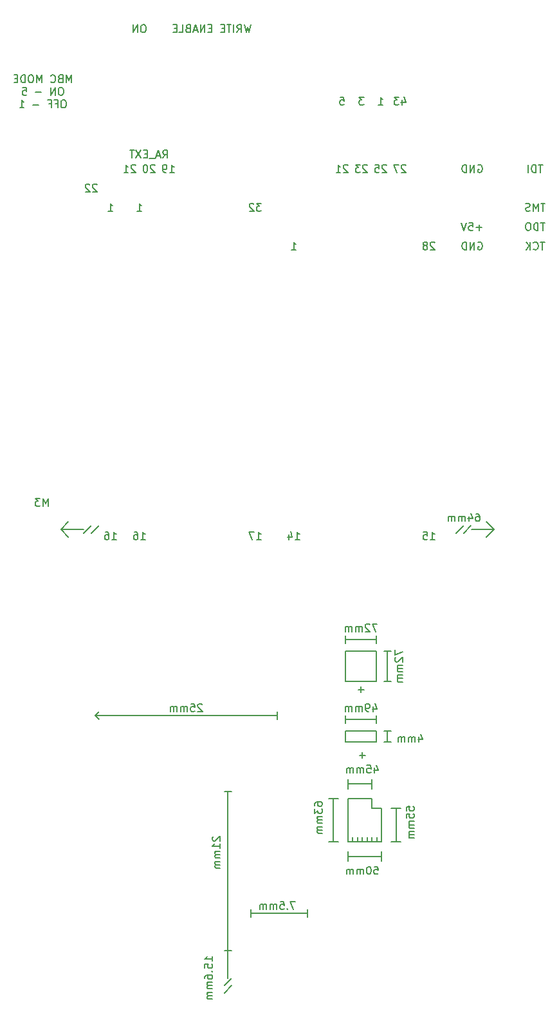
<source format=gbr>
G04 #@! TF.GenerationSoftware,KiCad,Pcbnew,(5.1.7)-1*
G04 #@! TF.CreationDate,2022-07-11T22:43:42-03:00*
G04 #@! TF.ProjectId,Squareboi2,53717561-7265-4626-9f69-322e6b696361,1*
G04 #@! TF.SameCoordinates,Original*
G04 #@! TF.FileFunction,Legend,Bot*
G04 #@! TF.FilePolarity,Positive*
%FSLAX46Y46*%
G04 Gerber Fmt 4.6, Leading zero omitted, Abs format (unit mm)*
G04 Created by KiCad (PCBNEW (5.1.7)-1) date 2022-07-11 22:43:42*
%MOMM*%
%LPD*%
G01*
G04 APERTURE LIST*
%ADD10C,0.150000*%
G04 APERTURE END LIST*
D10*
X37449047Y-21677380D02*
X37258571Y-21677380D01*
X37163333Y-21725000D01*
X37068095Y-21820238D01*
X37020476Y-22010714D01*
X37020476Y-22344047D01*
X37068095Y-22534523D01*
X37163333Y-22629761D01*
X37258571Y-22677380D01*
X37449047Y-22677380D01*
X37544285Y-22629761D01*
X37639523Y-22534523D01*
X37687142Y-22344047D01*
X37687142Y-22010714D01*
X37639523Y-21820238D01*
X37544285Y-21725000D01*
X37449047Y-21677380D01*
X36591904Y-22677380D02*
X36591904Y-21677380D01*
X36020476Y-22677380D01*
X36020476Y-21677380D01*
X27891904Y-29282380D02*
X27891904Y-28282380D01*
X27558571Y-28996666D01*
X27225238Y-28282380D01*
X27225238Y-29282380D01*
X26415714Y-28758571D02*
X26272857Y-28806190D01*
X26225238Y-28853809D01*
X26177619Y-28949047D01*
X26177619Y-29091904D01*
X26225238Y-29187142D01*
X26272857Y-29234761D01*
X26368095Y-29282380D01*
X26749047Y-29282380D01*
X26749047Y-28282380D01*
X26415714Y-28282380D01*
X26320476Y-28330000D01*
X26272857Y-28377619D01*
X26225238Y-28472857D01*
X26225238Y-28568095D01*
X26272857Y-28663333D01*
X26320476Y-28710952D01*
X26415714Y-28758571D01*
X26749047Y-28758571D01*
X25177619Y-29187142D02*
X25225238Y-29234761D01*
X25368095Y-29282380D01*
X25463333Y-29282380D01*
X25606190Y-29234761D01*
X25701428Y-29139523D01*
X25749047Y-29044285D01*
X25796666Y-28853809D01*
X25796666Y-28710952D01*
X25749047Y-28520476D01*
X25701428Y-28425238D01*
X25606190Y-28330000D01*
X25463333Y-28282380D01*
X25368095Y-28282380D01*
X25225238Y-28330000D01*
X25177619Y-28377619D01*
X23987142Y-29282380D02*
X23987142Y-28282380D01*
X23653809Y-28996666D01*
X23320476Y-28282380D01*
X23320476Y-29282380D01*
X22653809Y-28282380D02*
X22463333Y-28282380D01*
X22368095Y-28330000D01*
X22272857Y-28425238D01*
X22225238Y-28615714D01*
X22225238Y-28949047D01*
X22272857Y-29139523D01*
X22368095Y-29234761D01*
X22463333Y-29282380D01*
X22653809Y-29282380D01*
X22749047Y-29234761D01*
X22844285Y-29139523D01*
X22891904Y-28949047D01*
X22891904Y-28615714D01*
X22844285Y-28425238D01*
X22749047Y-28330000D01*
X22653809Y-28282380D01*
X21796666Y-29282380D02*
X21796666Y-28282380D01*
X21558571Y-28282380D01*
X21415714Y-28330000D01*
X21320476Y-28425238D01*
X21272857Y-28520476D01*
X21225238Y-28710952D01*
X21225238Y-28853809D01*
X21272857Y-29044285D01*
X21320476Y-29139523D01*
X21415714Y-29234761D01*
X21558571Y-29282380D01*
X21796666Y-29282380D01*
X20796666Y-28758571D02*
X20463333Y-28758571D01*
X20320476Y-29282380D02*
X20796666Y-29282380D01*
X20796666Y-28282380D01*
X20320476Y-28282380D01*
X26606190Y-29932380D02*
X26415714Y-29932380D01*
X26320476Y-29980000D01*
X26225238Y-30075238D01*
X26177619Y-30265714D01*
X26177619Y-30599047D01*
X26225238Y-30789523D01*
X26320476Y-30884761D01*
X26415714Y-30932380D01*
X26606190Y-30932380D01*
X26701428Y-30884761D01*
X26796666Y-30789523D01*
X26844285Y-30599047D01*
X26844285Y-30265714D01*
X26796666Y-30075238D01*
X26701428Y-29980000D01*
X26606190Y-29932380D01*
X25749047Y-30932380D02*
X25749047Y-29932380D01*
X25177619Y-30932380D01*
X25177619Y-29932380D01*
X23939523Y-30551428D02*
X23177619Y-30551428D01*
X21463333Y-29932380D02*
X21939523Y-29932380D01*
X21987142Y-30408571D01*
X21939523Y-30360952D01*
X21844285Y-30313333D01*
X21606190Y-30313333D01*
X21510952Y-30360952D01*
X21463333Y-30408571D01*
X21415714Y-30503809D01*
X21415714Y-30741904D01*
X21463333Y-30837142D01*
X21510952Y-30884761D01*
X21606190Y-30932380D01*
X21844285Y-30932380D01*
X21939523Y-30884761D01*
X21987142Y-30837142D01*
X26939523Y-31582380D02*
X26749047Y-31582380D01*
X26653809Y-31630000D01*
X26558571Y-31725238D01*
X26510952Y-31915714D01*
X26510952Y-32249047D01*
X26558571Y-32439523D01*
X26653809Y-32534761D01*
X26749047Y-32582380D01*
X26939523Y-32582380D01*
X27034761Y-32534761D01*
X27130000Y-32439523D01*
X27177619Y-32249047D01*
X27177619Y-31915714D01*
X27130000Y-31725238D01*
X27034761Y-31630000D01*
X26939523Y-31582380D01*
X25749047Y-32058571D02*
X26082380Y-32058571D01*
X26082380Y-32582380D02*
X26082380Y-31582380D01*
X25606190Y-31582380D01*
X24891904Y-32058571D02*
X25225238Y-32058571D01*
X25225238Y-32582380D02*
X25225238Y-31582380D01*
X24749047Y-31582380D01*
X23606190Y-32201428D02*
X22844285Y-32201428D01*
X21082380Y-32582380D02*
X21653809Y-32582380D01*
X21368095Y-32582380D02*
X21368095Y-31582380D01*
X21463333Y-31725238D01*
X21558571Y-31820476D01*
X21653809Y-31868095D01*
X51497857Y-21677380D02*
X51259761Y-22677380D01*
X51069285Y-21963095D01*
X50878809Y-22677380D01*
X50640714Y-21677380D01*
X49688333Y-22677380D02*
X50021666Y-22201190D01*
X50259761Y-22677380D02*
X50259761Y-21677380D01*
X49878809Y-21677380D01*
X49783571Y-21725000D01*
X49735952Y-21772619D01*
X49688333Y-21867857D01*
X49688333Y-22010714D01*
X49735952Y-22105952D01*
X49783571Y-22153571D01*
X49878809Y-22201190D01*
X50259761Y-22201190D01*
X49259761Y-22677380D02*
X49259761Y-21677380D01*
X48926428Y-21677380D02*
X48355000Y-21677380D01*
X48640714Y-22677380D02*
X48640714Y-21677380D01*
X48021666Y-22153571D02*
X47688333Y-22153571D01*
X47545476Y-22677380D02*
X48021666Y-22677380D01*
X48021666Y-21677380D01*
X47545476Y-21677380D01*
X46355000Y-22153571D02*
X46021666Y-22153571D01*
X45878809Y-22677380D02*
X46355000Y-22677380D01*
X46355000Y-21677380D01*
X45878809Y-21677380D01*
X45450238Y-22677380D02*
X45450238Y-21677380D01*
X44878809Y-22677380D01*
X44878809Y-21677380D01*
X44450238Y-22391666D02*
X43974047Y-22391666D01*
X44545476Y-22677380D02*
X44212142Y-21677380D01*
X43878809Y-22677380D01*
X43212142Y-22153571D02*
X43069285Y-22201190D01*
X43021666Y-22248809D01*
X42974047Y-22344047D01*
X42974047Y-22486904D01*
X43021666Y-22582142D01*
X43069285Y-22629761D01*
X43164523Y-22677380D01*
X43545476Y-22677380D01*
X43545476Y-21677380D01*
X43212142Y-21677380D01*
X43116904Y-21725000D01*
X43069285Y-21772619D01*
X43021666Y-21867857D01*
X43021666Y-21963095D01*
X43069285Y-22058333D01*
X43116904Y-22105952D01*
X43212142Y-22153571D01*
X43545476Y-22153571D01*
X42069285Y-22677380D02*
X42545476Y-22677380D01*
X42545476Y-21677380D01*
X41735952Y-22153571D02*
X41402619Y-22153571D01*
X41259761Y-22677380D02*
X41735952Y-22677380D01*
X41735952Y-21677380D01*
X41259761Y-21677380D01*
X39909523Y-39187380D02*
X40242857Y-38711190D01*
X40480952Y-39187380D02*
X40480952Y-38187380D01*
X40100000Y-38187380D01*
X40004761Y-38235000D01*
X39957142Y-38282619D01*
X39909523Y-38377857D01*
X39909523Y-38520714D01*
X39957142Y-38615952D01*
X40004761Y-38663571D01*
X40100000Y-38711190D01*
X40480952Y-38711190D01*
X39528571Y-38901666D02*
X39052380Y-38901666D01*
X39623809Y-39187380D02*
X39290476Y-38187380D01*
X38957142Y-39187380D01*
X38861904Y-39282619D02*
X38100000Y-39282619D01*
X37861904Y-38663571D02*
X37528571Y-38663571D01*
X37385714Y-39187380D02*
X37861904Y-39187380D01*
X37861904Y-38187380D01*
X37385714Y-38187380D01*
X37052380Y-38187380D02*
X36385714Y-39187380D01*
X36385714Y-38187380D02*
X37052380Y-39187380D01*
X36147619Y-38187380D02*
X35576190Y-38187380D01*
X35861904Y-39187380D02*
X35861904Y-38187380D01*
X36321904Y-40187619D02*
X36274285Y-40140000D01*
X36179047Y-40092380D01*
X35940952Y-40092380D01*
X35845714Y-40140000D01*
X35798095Y-40187619D01*
X35750476Y-40282857D01*
X35750476Y-40378095D01*
X35798095Y-40520952D01*
X36369523Y-41092380D01*
X35750476Y-41092380D01*
X34798095Y-41092380D02*
X35369523Y-41092380D01*
X35083809Y-41092380D02*
X35083809Y-40092380D01*
X35179047Y-40235238D01*
X35274285Y-40330476D01*
X35369523Y-40378095D01*
X31241904Y-42727619D02*
X31194285Y-42680000D01*
X31099047Y-42632380D01*
X30860952Y-42632380D01*
X30765714Y-42680000D01*
X30718095Y-42727619D01*
X30670476Y-42822857D01*
X30670476Y-42918095D01*
X30718095Y-43060952D01*
X31289523Y-43632380D01*
X30670476Y-43632380D01*
X30289523Y-42727619D02*
X30241904Y-42680000D01*
X30146666Y-42632380D01*
X29908571Y-42632380D01*
X29813333Y-42680000D01*
X29765714Y-42727619D01*
X29718095Y-42822857D01*
X29718095Y-42918095D01*
X29765714Y-43060952D01*
X30337142Y-43632380D01*
X29718095Y-43632380D01*
X38861904Y-40187619D02*
X38814285Y-40140000D01*
X38719047Y-40092380D01*
X38480952Y-40092380D01*
X38385714Y-40140000D01*
X38338095Y-40187619D01*
X38290476Y-40282857D01*
X38290476Y-40378095D01*
X38338095Y-40520952D01*
X38909523Y-41092380D01*
X38290476Y-41092380D01*
X37671428Y-40092380D02*
X37576190Y-40092380D01*
X37480952Y-40140000D01*
X37433333Y-40187619D01*
X37385714Y-40282857D01*
X37338095Y-40473333D01*
X37338095Y-40711428D01*
X37385714Y-40901904D01*
X37433333Y-40997142D01*
X37480952Y-41044761D01*
X37576190Y-41092380D01*
X37671428Y-41092380D01*
X37766666Y-41044761D01*
X37814285Y-40997142D01*
X37861904Y-40901904D01*
X37909523Y-40711428D01*
X37909523Y-40473333D01*
X37861904Y-40282857D01*
X37814285Y-40187619D01*
X37766666Y-40140000D01*
X37671428Y-40092380D01*
X40830476Y-41092380D02*
X41401904Y-41092380D01*
X41116190Y-41092380D02*
X41116190Y-40092380D01*
X41211428Y-40235238D01*
X41306666Y-40330476D01*
X41401904Y-40378095D01*
X40354285Y-41092380D02*
X40163809Y-41092380D01*
X40068571Y-41044761D01*
X40020952Y-40997142D01*
X39925714Y-40854285D01*
X39878095Y-40663809D01*
X39878095Y-40282857D01*
X39925714Y-40187619D01*
X39973333Y-40140000D01*
X40068571Y-40092380D01*
X40259047Y-40092380D01*
X40354285Y-40140000D01*
X40401904Y-40187619D01*
X40449523Y-40282857D01*
X40449523Y-40520952D01*
X40401904Y-40616190D01*
X40354285Y-40663809D01*
X40259047Y-40711428D01*
X40068571Y-40711428D01*
X39973333Y-40663809D01*
X39925714Y-40616190D01*
X39878095Y-40520952D01*
X81406904Y-40140000D02*
X81502142Y-40092380D01*
X81645000Y-40092380D01*
X81787857Y-40140000D01*
X81883095Y-40235238D01*
X81930714Y-40330476D01*
X81978333Y-40520952D01*
X81978333Y-40663809D01*
X81930714Y-40854285D01*
X81883095Y-40949523D01*
X81787857Y-41044761D01*
X81645000Y-41092380D01*
X81549761Y-41092380D01*
X81406904Y-41044761D01*
X81359285Y-40997142D01*
X81359285Y-40663809D01*
X81549761Y-40663809D01*
X80930714Y-41092380D02*
X80930714Y-40092380D01*
X80359285Y-41092380D01*
X80359285Y-40092380D01*
X79883095Y-41092380D02*
X79883095Y-40092380D01*
X79645000Y-40092380D01*
X79502142Y-40140000D01*
X79406904Y-40235238D01*
X79359285Y-40330476D01*
X79311666Y-40520952D01*
X79311666Y-40663809D01*
X79359285Y-40854285D01*
X79406904Y-40949523D01*
X79502142Y-41044761D01*
X79645000Y-41092380D01*
X79883095Y-41092380D01*
X81406904Y-50300000D02*
X81502142Y-50252380D01*
X81645000Y-50252380D01*
X81787857Y-50300000D01*
X81883095Y-50395238D01*
X81930714Y-50490476D01*
X81978333Y-50680952D01*
X81978333Y-50823809D01*
X81930714Y-51014285D01*
X81883095Y-51109523D01*
X81787857Y-51204761D01*
X81645000Y-51252380D01*
X81549761Y-51252380D01*
X81406904Y-51204761D01*
X81359285Y-51157142D01*
X81359285Y-50823809D01*
X81549761Y-50823809D01*
X80930714Y-51252380D02*
X80930714Y-50252380D01*
X80359285Y-51252380D01*
X80359285Y-50252380D01*
X79883095Y-51252380D02*
X79883095Y-50252380D01*
X79645000Y-50252380D01*
X79502142Y-50300000D01*
X79406904Y-50395238D01*
X79359285Y-50490476D01*
X79311666Y-50680952D01*
X79311666Y-50823809D01*
X79359285Y-51014285D01*
X79406904Y-51109523D01*
X79502142Y-51204761D01*
X79645000Y-51252380D01*
X79883095Y-51252380D01*
X81930714Y-48331428D02*
X81168809Y-48331428D01*
X81549761Y-48712380D02*
X81549761Y-47950476D01*
X80216428Y-47712380D02*
X80692619Y-47712380D01*
X80740238Y-48188571D01*
X80692619Y-48140952D01*
X80597380Y-48093333D01*
X80359285Y-48093333D01*
X80264047Y-48140952D01*
X80216428Y-48188571D01*
X80168809Y-48283809D01*
X80168809Y-48521904D01*
X80216428Y-48617142D01*
X80264047Y-48664761D01*
X80359285Y-48712380D01*
X80597380Y-48712380D01*
X80692619Y-48664761D01*
X80740238Y-48617142D01*
X79883095Y-47712380D02*
X79549761Y-48712380D01*
X79216428Y-47712380D01*
X90185714Y-50252380D02*
X89614285Y-50252380D01*
X89900000Y-51252380D02*
X89900000Y-50252380D01*
X88709523Y-51157142D02*
X88757142Y-51204761D01*
X88900000Y-51252380D01*
X88995238Y-51252380D01*
X89138095Y-51204761D01*
X89233333Y-51109523D01*
X89280952Y-51014285D01*
X89328571Y-50823809D01*
X89328571Y-50680952D01*
X89280952Y-50490476D01*
X89233333Y-50395238D01*
X89138095Y-50300000D01*
X88995238Y-50252380D01*
X88900000Y-50252380D01*
X88757142Y-50300000D01*
X88709523Y-50347619D01*
X88280952Y-51252380D02*
X88280952Y-50252380D01*
X87709523Y-51252380D02*
X88138095Y-50680952D01*
X87709523Y-50252380D02*
X88280952Y-50823809D01*
X90209523Y-47712380D02*
X89638095Y-47712380D01*
X89923809Y-48712380D02*
X89923809Y-47712380D01*
X89304761Y-48712380D02*
X89304761Y-47712380D01*
X89066666Y-47712380D01*
X88923809Y-47760000D01*
X88828571Y-47855238D01*
X88780952Y-47950476D01*
X88733333Y-48140952D01*
X88733333Y-48283809D01*
X88780952Y-48474285D01*
X88828571Y-48569523D01*
X88923809Y-48664761D01*
X89066666Y-48712380D01*
X89304761Y-48712380D01*
X88114285Y-47712380D02*
X87923809Y-47712380D01*
X87828571Y-47760000D01*
X87733333Y-47855238D01*
X87685714Y-48045714D01*
X87685714Y-48379047D01*
X87733333Y-48569523D01*
X87828571Y-48664761D01*
X87923809Y-48712380D01*
X88114285Y-48712380D01*
X88209523Y-48664761D01*
X88304761Y-48569523D01*
X88352380Y-48379047D01*
X88352380Y-48045714D01*
X88304761Y-47855238D01*
X88209523Y-47760000D01*
X88114285Y-47712380D01*
X90233333Y-45172380D02*
X89661904Y-45172380D01*
X89947619Y-46172380D02*
X89947619Y-45172380D01*
X89328571Y-46172380D02*
X89328571Y-45172380D01*
X88995238Y-45886666D01*
X88661904Y-45172380D01*
X88661904Y-46172380D01*
X88233333Y-46124761D02*
X88090476Y-46172380D01*
X87852380Y-46172380D01*
X87757142Y-46124761D01*
X87709523Y-46077142D01*
X87661904Y-45981904D01*
X87661904Y-45886666D01*
X87709523Y-45791428D01*
X87757142Y-45743809D01*
X87852380Y-45696190D01*
X88042857Y-45648571D01*
X88138095Y-45600952D01*
X88185714Y-45553333D01*
X88233333Y-45458095D01*
X88233333Y-45362857D01*
X88185714Y-45267619D01*
X88138095Y-45220000D01*
X88042857Y-45172380D01*
X87804761Y-45172380D01*
X87661904Y-45220000D01*
X89923809Y-40092380D02*
X89352380Y-40092380D01*
X89638095Y-41092380D02*
X89638095Y-40092380D01*
X89019047Y-41092380D02*
X89019047Y-40092380D01*
X88780952Y-40092380D01*
X88638095Y-40140000D01*
X88542857Y-40235238D01*
X88495238Y-40330476D01*
X88447619Y-40520952D01*
X88447619Y-40663809D01*
X88495238Y-40854285D01*
X88542857Y-40949523D01*
X88638095Y-41044761D01*
X88780952Y-41092380D01*
X89019047Y-41092380D01*
X88019047Y-41092380D02*
X88019047Y-40092380D01*
X73642857Y-115285714D02*
X73642857Y-115952380D01*
X73880952Y-114904761D02*
X74119047Y-115619047D01*
X73500000Y-115619047D01*
X73119047Y-115952380D02*
X73119047Y-115285714D01*
X73119047Y-115380952D02*
X73071428Y-115333333D01*
X72976190Y-115285714D01*
X72833333Y-115285714D01*
X72738095Y-115333333D01*
X72690476Y-115428571D01*
X72690476Y-115952380D01*
X72690476Y-115428571D02*
X72642857Y-115333333D01*
X72547619Y-115285714D01*
X72404761Y-115285714D01*
X72309523Y-115333333D01*
X72261904Y-115428571D01*
X72261904Y-115952380D01*
X71785714Y-115952380D02*
X71785714Y-115285714D01*
X71785714Y-115380952D02*
X71738095Y-115333333D01*
X71642857Y-115285714D01*
X71500000Y-115285714D01*
X71404761Y-115333333D01*
X71357142Y-115428571D01*
X71357142Y-115952380D01*
X71357142Y-115428571D02*
X71309523Y-115333333D01*
X71214285Y-115285714D01*
X71071428Y-115285714D01*
X70976190Y-115333333D01*
X70928571Y-115428571D01*
X70928571Y-115952380D01*
X69500000Y-116000000D02*
X69500000Y-114500000D01*
X69000000Y-116000000D02*
X70000000Y-116000000D01*
X69000000Y-114500000D02*
X70000000Y-114500000D01*
X67619047Y-111285714D02*
X67619047Y-111952380D01*
X67857142Y-110904761D02*
X68095238Y-111619047D01*
X67476190Y-111619047D01*
X67047619Y-111952380D02*
X66857142Y-111952380D01*
X66761904Y-111904761D01*
X66714285Y-111857142D01*
X66619047Y-111714285D01*
X66571428Y-111523809D01*
X66571428Y-111142857D01*
X66619047Y-111047619D01*
X66666666Y-111000000D01*
X66761904Y-110952380D01*
X66952380Y-110952380D01*
X67047619Y-111000000D01*
X67095238Y-111047619D01*
X67142857Y-111142857D01*
X67142857Y-111380952D01*
X67095238Y-111476190D01*
X67047619Y-111523809D01*
X66952380Y-111571428D01*
X66761904Y-111571428D01*
X66666666Y-111523809D01*
X66619047Y-111476190D01*
X66571428Y-111380952D01*
X66142857Y-111952380D02*
X66142857Y-111285714D01*
X66142857Y-111380952D02*
X66095238Y-111333333D01*
X66000000Y-111285714D01*
X65857142Y-111285714D01*
X65761904Y-111333333D01*
X65714285Y-111428571D01*
X65714285Y-111952380D01*
X65714285Y-111428571D02*
X65666666Y-111333333D01*
X65571428Y-111285714D01*
X65428571Y-111285714D01*
X65333333Y-111333333D01*
X65285714Y-111428571D01*
X65285714Y-111952380D01*
X64809523Y-111952380D02*
X64809523Y-111285714D01*
X64809523Y-111380952D02*
X64761904Y-111333333D01*
X64666666Y-111285714D01*
X64523809Y-111285714D01*
X64428571Y-111333333D01*
X64380952Y-111428571D01*
X64380952Y-111952380D01*
X64380952Y-111428571D02*
X64333333Y-111333333D01*
X64238095Y-111285714D01*
X64095238Y-111285714D01*
X64000000Y-111333333D01*
X63952380Y-111428571D01*
X63952380Y-111952380D01*
X64000000Y-113000000D02*
X68000000Y-113000000D01*
X68000000Y-113500000D02*
X68000000Y-112500000D01*
X64000000Y-113500000D02*
X64000000Y-112500000D01*
X64000000Y-116000000D02*
X64000000Y-114500000D01*
X68000000Y-116000000D02*
X64000000Y-116000000D01*
X68000000Y-114500000D02*
X68000000Y-116000000D01*
X64000000Y-114500000D02*
X68000000Y-114500000D01*
X66380952Y-109071428D02*
X65619047Y-109071428D01*
X66000000Y-109452380D02*
X66000000Y-108690476D01*
X29500000Y-88500000D02*
X30500000Y-87500000D01*
X30500000Y-88500000D02*
X31500000Y-87500000D01*
X79500000Y-87500000D02*
X78500000Y-88500000D01*
X80500000Y-87500000D02*
X79500000Y-88500000D01*
X33210476Y-89352380D02*
X33781904Y-89352380D01*
X33496190Y-89352380D02*
X33496190Y-88352380D01*
X33591428Y-88495238D01*
X33686666Y-88590476D01*
X33781904Y-88638095D01*
X32353333Y-88352380D02*
X32543809Y-88352380D01*
X32639047Y-88400000D01*
X32686666Y-88447619D01*
X32781904Y-88590476D01*
X32829523Y-88780952D01*
X32829523Y-89161904D01*
X32781904Y-89257142D01*
X32734285Y-89304761D01*
X32639047Y-89352380D01*
X32448571Y-89352380D01*
X32353333Y-89304761D01*
X32305714Y-89257142D01*
X32258095Y-89161904D01*
X32258095Y-88923809D01*
X32305714Y-88828571D01*
X32353333Y-88780952D01*
X32448571Y-88733333D01*
X32639047Y-88733333D01*
X32734285Y-88780952D01*
X32781904Y-88828571D01*
X32829523Y-88923809D01*
X32734285Y-46172380D02*
X33305714Y-46172380D01*
X33020000Y-46172380D02*
X33020000Y-45172380D01*
X33115238Y-45315238D01*
X33210476Y-45410476D01*
X33305714Y-45458095D01*
X37020476Y-89352380D02*
X37591904Y-89352380D01*
X37306190Y-89352380D02*
X37306190Y-88352380D01*
X37401428Y-88495238D01*
X37496666Y-88590476D01*
X37591904Y-88638095D01*
X36163333Y-88352380D02*
X36353809Y-88352380D01*
X36449047Y-88400000D01*
X36496666Y-88447619D01*
X36591904Y-88590476D01*
X36639523Y-88780952D01*
X36639523Y-89161904D01*
X36591904Y-89257142D01*
X36544285Y-89304761D01*
X36449047Y-89352380D01*
X36258571Y-89352380D01*
X36163333Y-89304761D01*
X36115714Y-89257142D01*
X36068095Y-89161904D01*
X36068095Y-88923809D01*
X36115714Y-88828571D01*
X36163333Y-88780952D01*
X36258571Y-88733333D01*
X36449047Y-88733333D01*
X36544285Y-88780952D01*
X36591904Y-88828571D01*
X36639523Y-88923809D01*
X46547619Y-128404761D02*
X46500000Y-128452380D01*
X46452380Y-128547619D01*
X46452380Y-128785714D01*
X46500000Y-128880952D01*
X46547619Y-128928571D01*
X46642857Y-128976190D01*
X46738095Y-128976190D01*
X46880952Y-128928571D01*
X47452380Y-128357142D01*
X47452380Y-128976190D01*
X47452380Y-129928571D02*
X47452380Y-129357142D01*
X47452380Y-129642857D02*
X46452380Y-129642857D01*
X46595238Y-129547619D01*
X46690476Y-129452380D01*
X46738095Y-129357142D01*
X47452380Y-130357142D02*
X46785714Y-130357142D01*
X46880952Y-130357142D02*
X46833333Y-130404761D01*
X46785714Y-130500000D01*
X46785714Y-130642857D01*
X46833333Y-130738095D01*
X46928571Y-130785714D01*
X47452380Y-130785714D01*
X46928571Y-130785714D02*
X46833333Y-130833333D01*
X46785714Y-130928571D01*
X46785714Y-131071428D01*
X46833333Y-131166666D01*
X46928571Y-131214285D01*
X47452380Y-131214285D01*
X47452380Y-131690476D02*
X46785714Y-131690476D01*
X46880952Y-131690476D02*
X46833333Y-131738095D01*
X46785714Y-131833333D01*
X46785714Y-131976190D01*
X46833333Y-132071428D01*
X46928571Y-132119047D01*
X47452380Y-132119047D01*
X46928571Y-132119047D02*
X46833333Y-132166666D01*
X46785714Y-132261904D01*
X46785714Y-132404761D01*
X46833333Y-132500000D01*
X46928571Y-132547619D01*
X47452380Y-132547619D01*
X46452380Y-144761904D02*
X46452380Y-144190476D01*
X46452380Y-144476190D02*
X45452380Y-144476190D01*
X45595238Y-144380952D01*
X45690476Y-144285714D01*
X45738095Y-144190476D01*
X45452380Y-145666666D02*
X45452380Y-145190476D01*
X45928571Y-145142857D01*
X45880952Y-145190476D01*
X45833333Y-145285714D01*
X45833333Y-145523809D01*
X45880952Y-145619047D01*
X45928571Y-145666666D01*
X46023809Y-145714285D01*
X46261904Y-145714285D01*
X46357142Y-145666666D01*
X46404761Y-145619047D01*
X46452380Y-145523809D01*
X46452380Y-145285714D01*
X46404761Y-145190476D01*
X46357142Y-145142857D01*
X46357142Y-146142857D02*
X46404761Y-146190476D01*
X46452380Y-146142857D01*
X46404761Y-146095238D01*
X46357142Y-146142857D01*
X46452380Y-146142857D01*
X45452380Y-147047619D02*
X45452380Y-146857142D01*
X45500000Y-146761904D01*
X45547619Y-146714285D01*
X45690476Y-146619047D01*
X45880952Y-146571428D01*
X46261904Y-146571428D01*
X46357142Y-146619047D01*
X46404761Y-146666666D01*
X46452380Y-146761904D01*
X46452380Y-146952380D01*
X46404761Y-147047619D01*
X46357142Y-147095238D01*
X46261904Y-147142857D01*
X46023809Y-147142857D01*
X45928571Y-147095238D01*
X45880952Y-147047619D01*
X45833333Y-146952380D01*
X45833333Y-146761904D01*
X45880952Y-146666666D01*
X45928571Y-146619047D01*
X46023809Y-146571428D01*
X46452380Y-147571428D02*
X45785714Y-147571428D01*
X45880952Y-147571428D02*
X45833333Y-147619047D01*
X45785714Y-147714285D01*
X45785714Y-147857142D01*
X45833333Y-147952380D01*
X45928571Y-148000000D01*
X46452380Y-148000000D01*
X45928571Y-148000000D02*
X45833333Y-148047619D01*
X45785714Y-148142857D01*
X45785714Y-148285714D01*
X45833333Y-148380952D01*
X45928571Y-148428571D01*
X46452380Y-148428571D01*
X46452380Y-148904761D02*
X45785714Y-148904761D01*
X45880952Y-148904761D02*
X45833333Y-148952380D01*
X45785714Y-149047619D01*
X45785714Y-149190476D01*
X45833333Y-149285714D01*
X45928571Y-149333333D01*
X46452380Y-149333333D01*
X45928571Y-149333333D02*
X45833333Y-149380952D01*
X45785714Y-149476190D01*
X45785714Y-149619047D01*
X45833333Y-149714285D01*
X45928571Y-149761904D01*
X46452380Y-149761904D01*
X45095238Y-111047619D02*
X45047619Y-111000000D01*
X44952380Y-110952380D01*
X44714285Y-110952380D01*
X44619047Y-111000000D01*
X44571428Y-111047619D01*
X44523809Y-111142857D01*
X44523809Y-111238095D01*
X44571428Y-111380952D01*
X45142857Y-111952380D01*
X44523809Y-111952380D01*
X43619047Y-110952380D02*
X44095238Y-110952380D01*
X44142857Y-111428571D01*
X44095238Y-111380952D01*
X44000000Y-111333333D01*
X43761904Y-111333333D01*
X43666666Y-111380952D01*
X43619047Y-111428571D01*
X43571428Y-111523809D01*
X43571428Y-111761904D01*
X43619047Y-111857142D01*
X43666666Y-111904761D01*
X43761904Y-111952380D01*
X44000000Y-111952380D01*
X44095238Y-111904761D01*
X44142857Y-111857142D01*
X43142857Y-111952380D02*
X43142857Y-111285714D01*
X43142857Y-111380952D02*
X43095238Y-111333333D01*
X43000000Y-111285714D01*
X42857142Y-111285714D01*
X42761904Y-111333333D01*
X42714285Y-111428571D01*
X42714285Y-111952380D01*
X42714285Y-111428571D02*
X42666666Y-111333333D01*
X42571428Y-111285714D01*
X42428571Y-111285714D01*
X42333333Y-111333333D01*
X42285714Y-111428571D01*
X42285714Y-111952380D01*
X41809523Y-111952380D02*
X41809523Y-111285714D01*
X41809523Y-111380952D02*
X41761904Y-111333333D01*
X41666666Y-111285714D01*
X41523809Y-111285714D01*
X41428571Y-111333333D01*
X41380952Y-111428571D01*
X41380952Y-111952380D01*
X41380952Y-111428571D02*
X41333333Y-111333333D01*
X41238095Y-111285714D01*
X41095238Y-111285714D01*
X41000000Y-111333333D01*
X40952380Y-111428571D01*
X40952380Y-111952380D01*
X31000000Y-112500000D02*
X31500000Y-113000000D01*
X31000000Y-112500000D02*
X31500000Y-112000000D01*
X55000000Y-112500000D02*
X31000000Y-112500000D01*
X55000000Y-112000000D02*
X55000000Y-113000000D01*
X57380952Y-136952380D02*
X56714285Y-136952380D01*
X57142857Y-137952380D01*
X56333333Y-137857142D02*
X56285714Y-137904761D01*
X56333333Y-137952380D01*
X56380952Y-137904761D01*
X56333333Y-137857142D01*
X56333333Y-137952380D01*
X55380952Y-136952380D02*
X55857142Y-136952380D01*
X55904761Y-137428571D01*
X55857142Y-137380952D01*
X55761904Y-137333333D01*
X55523809Y-137333333D01*
X55428571Y-137380952D01*
X55380952Y-137428571D01*
X55333333Y-137523809D01*
X55333333Y-137761904D01*
X55380952Y-137857142D01*
X55428571Y-137904761D01*
X55523809Y-137952380D01*
X55761904Y-137952380D01*
X55857142Y-137904761D01*
X55904761Y-137857142D01*
X54904761Y-137952380D02*
X54904761Y-137285714D01*
X54904761Y-137380952D02*
X54857142Y-137333333D01*
X54761904Y-137285714D01*
X54619047Y-137285714D01*
X54523809Y-137333333D01*
X54476190Y-137428571D01*
X54476190Y-137952380D01*
X54476190Y-137428571D02*
X54428571Y-137333333D01*
X54333333Y-137285714D01*
X54190476Y-137285714D01*
X54095238Y-137333333D01*
X54047619Y-137428571D01*
X54047619Y-137952380D01*
X53571428Y-137952380D02*
X53571428Y-137285714D01*
X53571428Y-137380952D02*
X53523809Y-137333333D01*
X53428571Y-137285714D01*
X53285714Y-137285714D01*
X53190476Y-137333333D01*
X53142857Y-137428571D01*
X53142857Y-137952380D01*
X53142857Y-137428571D02*
X53095238Y-137333333D01*
X53000000Y-137285714D01*
X52857142Y-137285714D01*
X52761904Y-137333333D01*
X52714285Y-137428571D01*
X52714285Y-137952380D01*
X48000000Y-149000000D02*
X49000000Y-148000000D01*
X48000000Y-148000000D02*
X49000000Y-147000000D01*
X48500000Y-147000000D02*
X48500000Y-122500000D01*
X49000000Y-122500000D02*
X48000000Y-122500000D01*
X49000000Y-143400000D02*
X48000000Y-143400000D01*
X51500000Y-138500000D02*
X59000000Y-138500000D01*
X51500000Y-139000000D02*
X51500000Y-138000000D01*
X59000000Y-139000000D02*
X59000000Y-138000000D01*
X67746428Y-132357380D02*
X68222619Y-132357380D01*
X68270238Y-132833571D01*
X68222619Y-132785952D01*
X68127380Y-132738333D01*
X67889285Y-132738333D01*
X67794047Y-132785952D01*
X67746428Y-132833571D01*
X67698809Y-132928809D01*
X67698809Y-133166904D01*
X67746428Y-133262142D01*
X67794047Y-133309761D01*
X67889285Y-133357380D01*
X68127380Y-133357380D01*
X68222619Y-133309761D01*
X68270238Y-133262142D01*
X67079761Y-132357380D02*
X66984523Y-132357380D01*
X66889285Y-132405000D01*
X66841666Y-132452619D01*
X66794047Y-132547857D01*
X66746428Y-132738333D01*
X66746428Y-132976428D01*
X66794047Y-133166904D01*
X66841666Y-133262142D01*
X66889285Y-133309761D01*
X66984523Y-133357380D01*
X67079761Y-133357380D01*
X67175000Y-133309761D01*
X67222619Y-133262142D01*
X67270238Y-133166904D01*
X67317857Y-132976428D01*
X67317857Y-132738333D01*
X67270238Y-132547857D01*
X67222619Y-132452619D01*
X67175000Y-132405000D01*
X67079761Y-132357380D01*
X66317857Y-133357380D02*
X66317857Y-132690714D01*
X66317857Y-132785952D02*
X66270238Y-132738333D01*
X66175000Y-132690714D01*
X66032142Y-132690714D01*
X65936904Y-132738333D01*
X65889285Y-132833571D01*
X65889285Y-133357380D01*
X65889285Y-132833571D02*
X65841666Y-132738333D01*
X65746428Y-132690714D01*
X65603571Y-132690714D01*
X65508333Y-132738333D01*
X65460714Y-132833571D01*
X65460714Y-133357380D01*
X64984523Y-133357380D02*
X64984523Y-132690714D01*
X64984523Y-132785952D02*
X64936904Y-132738333D01*
X64841666Y-132690714D01*
X64698809Y-132690714D01*
X64603571Y-132738333D01*
X64555952Y-132833571D01*
X64555952Y-133357380D01*
X64555952Y-132833571D02*
X64508333Y-132738333D01*
X64413095Y-132690714D01*
X64270238Y-132690714D01*
X64175000Y-132738333D01*
X64127380Y-132833571D01*
X64127380Y-133357380D01*
X67794047Y-119355714D02*
X67794047Y-120022380D01*
X68032142Y-118974761D02*
X68270238Y-119689047D01*
X67651190Y-119689047D01*
X66794047Y-119022380D02*
X67270238Y-119022380D01*
X67317857Y-119498571D01*
X67270238Y-119450952D01*
X67175000Y-119403333D01*
X66936904Y-119403333D01*
X66841666Y-119450952D01*
X66794047Y-119498571D01*
X66746428Y-119593809D01*
X66746428Y-119831904D01*
X66794047Y-119927142D01*
X66841666Y-119974761D01*
X66936904Y-120022380D01*
X67175000Y-120022380D01*
X67270238Y-119974761D01*
X67317857Y-119927142D01*
X66317857Y-120022380D02*
X66317857Y-119355714D01*
X66317857Y-119450952D02*
X66270238Y-119403333D01*
X66175000Y-119355714D01*
X66032142Y-119355714D01*
X65936904Y-119403333D01*
X65889285Y-119498571D01*
X65889285Y-120022380D01*
X65889285Y-119498571D02*
X65841666Y-119403333D01*
X65746428Y-119355714D01*
X65603571Y-119355714D01*
X65508333Y-119403333D01*
X65460714Y-119498571D01*
X65460714Y-120022380D01*
X64984523Y-120022380D02*
X64984523Y-119355714D01*
X64984523Y-119450952D02*
X64936904Y-119403333D01*
X64841666Y-119355714D01*
X64698809Y-119355714D01*
X64603571Y-119403333D01*
X64555952Y-119498571D01*
X64555952Y-120022380D01*
X64555952Y-119498571D02*
X64508333Y-119403333D01*
X64413095Y-119355714D01*
X64270238Y-119355714D01*
X64175000Y-119403333D01*
X64127380Y-119498571D01*
X64127380Y-120022380D01*
X71977380Y-124983571D02*
X71977380Y-124507380D01*
X72453571Y-124459761D01*
X72405952Y-124507380D01*
X72358333Y-124602619D01*
X72358333Y-124840714D01*
X72405952Y-124935952D01*
X72453571Y-124983571D01*
X72548809Y-125031190D01*
X72786904Y-125031190D01*
X72882142Y-124983571D01*
X72929761Y-124935952D01*
X72977380Y-124840714D01*
X72977380Y-124602619D01*
X72929761Y-124507380D01*
X72882142Y-124459761D01*
X71977380Y-125935952D02*
X71977380Y-125459761D01*
X72453571Y-125412142D01*
X72405952Y-125459761D01*
X72358333Y-125555000D01*
X72358333Y-125793095D01*
X72405952Y-125888333D01*
X72453571Y-125935952D01*
X72548809Y-125983571D01*
X72786904Y-125983571D01*
X72882142Y-125935952D01*
X72929761Y-125888333D01*
X72977380Y-125793095D01*
X72977380Y-125555000D01*
X72929761Y-125459761D01*
X72882142Y-125412142D01*
X72977380Y-126412142D02*
X72310714Y-126412142D01*
X72405952Y-126412142D02*
X72358333Y-126459761D01*
X72310714Y-126555000D01*
X72310714Y-126697857D01*
X72358333Y-126793095D01*
X72453571Y-126840714D01*
X72977380Y-126840714D01*
X72453571Y-126840714D02*
X72358333Y-126888333D01*
X72310714Y-126983571D01*
X72310714Y-127126428D01*
X72358333Y-127221666D01*
X72453571Y-127269285D01*
X72977380Y-127269285D01*
X72977380Y-127745476D02*
X72310714Y-127745476D01*
X72405952Y-127745476D02*
X72358333Y-127793095D01*
X72310714Y-127888333D01*
X72310714Y-128031190D01*
X72358333Y-128126428D01*
X72453571Y-128174047D01*
X72977380Y-128174047D01*
X72453571Y-128174047D02*
X72358333Y-128221666D01*
X72310714Y-128316904D01*
X72310714Y-128459761D01*
X72358333Y-128555000D01*
X72453571Y-128602619D01*
X72977380Y-128602619D01*
X59912380Y-124300952D02*
X59912380Y-124110476D01*
X59960000Y-124015238D01*
X60007619Y-123967619D01*
X60150476Y-123872380D01*
X60340952Y-123824761D01*
X60721904Y-123824761D01*
X60817142Y-123872380D01*
X60864761Y-123920000D01*
X60912380Y-124015238D01*
X60912380Y-124205714D01*
X60864761Y-124300952D01*
X60817142Y-124348571D01*
X60721904Y-124396190D01*
X60483809Y-124396190D01*
X60388571Y-124348571D01*
X60340952Y-124300952D01*
X60293333Y-124205714D01*
X60293333Y-124015238D01*
X60340952Y-123920000D01*
X60388571Y-123872380D01*
X60483809Y-123824761D01*
X59912380Y-124729523D02*
X59912380Y-125348571D01*
X60293333Y-125015238D01*
X60293333Y-125158095D01*
X60340952Y-125253333D01*
X60388571Y-125300952D01*
X60483809Y-125348571D01*
X60721904Y-125348571D01*
X60817142Y-125300952D01*
X60864761Y-125253333D01*
X60912380Y-125158095D01*
X60912380Y-124872380D01*
X60864761Y-124777142D01*
X60817142Y-124729523D01*
X60912380Y-125777142D02*
X60245714Y-125777142D01*
X60340952Y-125777142D02*
X60293333Y-125824761D01*
X60245714Y-125920000D01*
X60245714Y-126062857D01*
X60293333Y-126158095D01*
X60388571Y-126205714D01*
X60912380Y-126205714D01*
X60388571Y-126205714D02*
X60293333Y-126253333D01*
X60245714Y-126348571D01*
X60245714Y-126491428D01*
X60293333Y-126586666D01*
X60388571Y-126634285D01*
X60912380Y-126634285D01*
X60912380Y-127110476D02*
X60245714Y-127110476D01*
X60340952Y-127110476D02*
X60293333Y-127158095D01*
X60245714Y-127253333D01*
X60245714Y-127396190D01*
X60293333Y-127491428D01*
X60388571Y-127539047D01*
X60912380Y-127539047D01*
X60388571Y-127539047D02*
X60293333Y-127586666D01*
X60245714Y-127681904D01*
X60245714Y-127824761D01*
X60293333Y-127920000D01*
X60388571Y-127967619D01*
X60912380Y-127967619D01*
X68715000Y-130365000D02*
X68715000Y-131635000D01*
X64270000Y-131000000D02*
X68715000Y-131000000D01*
X64270000Y-130365000D02*
X64270000Y-131635000D01*
X61730000Y-129095000D02*
X63000000Y-129095000D01*
X61730000Y-123380000D02*
X63000000Y-123380000D01*
X62365000Y-129095000D02*
X62365000Y-123380000D01*
X67445000Y-122110000D02*
X67445000Y-120840000D01*
X64270000Y-121475000D02*
X67445000Y-121475000D01*
X64270000Y-122110000D02*
X64270000Y-120840000D01*
X69985000Y-129095000D02*
X71255000Y-129095000D01*
X70620000Y-124650000D02*
X70620000Y-129095000D01*
X69985000Y-124650000D02*
X71255000Y-124650000D01*
X66555952Y-117736428D02*
X65794047Y-117736428D01*
X66175000Y-118117380D02*
X66175000Y-117355476D01*
X64905000Y-128460000D02*
X64905000Y-129095000D01*
X65540000Y-128460000D02*
X65540000Y-129095000D01*
X66175000Y-129095000D02*
X66175000Y-128460000D01*
X68080000Y-129095000D02*
X68080000Y-128460000D01*
X66810000Y-129095000D02*
X66810000Y-128460000D01*
X67445000Y-129095000D02*
X67445000Y-128460000D01*
X64270000Y-123380000D02*
X67445000Y-123380000D01*
X64270000Y-129095000D02*
X64270000Y-123380000D01*
X68715000Y-129095000D02*
X64270000Y-129095000D01*
X68715000Y-124650000D02*
X68715000Y-129095000D01*
X67445000Y-124650000D02*
X68715000Y-124650000D01*
X67445000Y-123380000D02*
X67445000Y-124650000D01*
X64261904Y-40187619D02*
X64214285Y-40140000D01*
X64119047Y-40092380D01*
X63880952Y-40092380D01*
X63785714Y-40140000D01*
X63738095Y-40187619D01*
X63690476Y-40282857D01*
X63690476Y-40378095D01*
X63738095Y-40520952D01*
X64309523Y-41092380D01*
X63690476Y-41092380D01*
X62738095Y-41092380D02*
X63309523Y-41092380D01*
X63023809Y-41092380D02*
X63023809Y-40092380D01*
X63119047Y-40235238D01*
X63214285Y-40330476D01*
X63309523Y-40378095D01*
X66801904Y-40187619D02*
X66754285Y-40140000D01*
X66659047Y-40092380D01*
X66420952Y-40092380D01*
X66325714Y-40140000D01*
X66278095Y-40187619D01*
X66230476Y-40282857D01*
X66230476Y-40378095D01*
X66278095Y-40520952D01*
X66849523Y-41092380D01*
X66230476Y-41092380D01*
X65897142Y-40092380D02*
X65278095Y-40092380D01*
X65611428Y-40473333D01*
X65468571Y-40473333D01*
X65373333Y-40520952D01*
X65325714Y-40568571D01*
X65278095Y-40663809D01*
X65278095Y-40901904D01*
X65325714Y-40997142D01*
X65373333Y-41044761D01*
X65468571Y-41092380D01*
X65754285Y-41092380D01*
X65849523Y-41044761D01*
X65897142Y-40997142D01*
X69341904Y-40187619D02*
X69294285Y-40140000D01*
X69199047Y-40092380D01*
X68960952Y-40092380D01*
X68865714Y-40140000D01*
X68818095Y-40187619D01*
X68770476Y-40282857D01*
X68770476Y-40378095D01*
X68818095Y-40520952D01*
X69389523Y-41092380D01*
X68770476Y-41092380D01*
X67865714Y-40092380D02*
X68341904Y-40092380D01*
X68389523Y-40568571D01*
X68341904Y-40520952D01*
X68246666Y-40473333D01*
X68008571Y-40473333D01*
X67913333Y-40520952D01*
X67865714Y-40568571D01*
X67818095Y-40663809D01*
X67818095Y-40901904D01*
X67865714Y-40997142D01*
X67913333Y-41044761D01*
X68008571Y-41092380D01*
X68246666Y-41092380D01*
X68341904Y-41044761D01*
X68389523Y-40997142D01*
X71881904Y-40187619D02*
X71834285Y-40140000D01*
X71739047Y-40092380D01*
X71500952Y-40092380D01*
X71405714Y-40140000D01*
X71358095Y-40187619D01*
X71310476Y-40282857D01*
X71310476Y-40378095D01*
X71358095Y-40520952D01*
X71929523Y-41092380D01*
X71310476Y-41092380D01*
X70977142Y-40092380D02*
X70310476Y-40092380D01*
X70739047Y-41092380D01*
X71405714Y-31535714D02*
X71405714Y-32202380D01*
X71643809Y-31154761D02*
X71881904Y-31869047D01*
X71262857Y-31869047D01*
X70977142Y-31202380D02*
X70358095Y-31202380D01*
X70691428Y-31583333D01*
X70548571Y-31583333D01*
X70453333Y-31630952D01*
X70405714Y-31678571D01*
X70358095Y-31773809D01*
X70358095Y-32011904D01*
X70405714Y-32107142D01*
X70453333Y-32154761D01*
X70548571Y-32202380D01*
X70834285Y-32202380D01*
X70929523Y-32154761D01*
X70977142Y-32107142D01*
X24809523Y-84952380D02*
X24809523Y-83952380D01*
X24476190Y-84666666D01*
X24142857Y-83952380D01*
X24142857Y-84952380D01*
X23761904Y-83952380D02*
X23142857Y-83952380D01*
X23476190Y-84333333D01*
X23333333Y-84333333D01*
X23238095Y-84380952D01*
X23190476Y-84428571D01*
X23142857Y-84523809D01*
X23142857Y-84761904D01*
X23190476Y-84857142D01*
X23238095Y-84904761D01*
X23333333Y-84952380D01*
X23619047Y-84952380D01*
X23714285Y-84904761D01*
X23761904Y-84857142D01*
X52879523Y-45172380D02*
X52260476Y-45172380D01*
X52593809Y-45553333D01*
X52450952Y-45553333D01*
X52355714Y-45600952D01*
X52308095Y-45648571D01*
X52260476Y-45743809D01*
X52260476Y-45981904D01*
X52308095Y-46077142D01*
X52355714Y-46124761D01*
X52450952Y-46172380D01*
X52736666Y-46172380D01*
X52831904Y-46124761D01*
X52879523Y-46077142D01*
X51879523Y-45267619D02*
X51831904Y-45220000D01*
X51736666Y-45172380D01*
X51498571Y-45172380D01*
X51403333Y-45220000D01*
X51355714Y-45267619D01*
X51308095Y-45362857D01*
X51308095Y-45458095D01*
X51355714Y-45600952D01*
X51927142Y-46172380D01*
X51308095Y-46172380D01*
X36544285Y-46172380D02*
X37115714Y-46172380D01*
X36830000Y-46172380D02*
X36830000Y-45172380D01*
X36925238Y-45315238D01*
X37020476Y-45410476D01*
X37115714Y-45458095D01*
X56864285Y-51252380D02*
X57435714Y-51252380D01*
X57150000Y-51252380D02*
X57150000Y-50252380D01*
X57245238Y-50395238D01*
X57340476Y-50490476D01*
X57435714Y-50538095D01*
X75691904Y-50347619D02*
X75644285Y-50300000D01*
X75549047Y-50252380D01*
X75310952Y-50252380D01*
X75215714Y-50300000D01*
X75168095Y-50347619D01*
X75120476Y-50442857D01*
X75120476Y-50538095D01*
X75168095Y-50680952D01*
X75739523Y-51252380D01*
X75120476Y-51252380D01*
X74549047Y-50680952D02*
X74644285Y-50633333D01*
X74691904Y-50585714D01*
X74739523Y-50490476D01*
X74739523Y-50442857D01*
X74691904Y-50347619D01*
X74644285Y-50300000D01*
X74549047Y-50252380D01*
X74358571Y-50252380D01*
X74263333Y-50300000D01*
X74215714Y-50347619D01*
X74168095Y-50442857D01*
X74168095Y-50490476D01*
X74215714Y-50585714D01*
X74263333Y-50633333D01*
X74358571Y-50680952D01*
X74549047Y-50680952D01*
X74644285Y-50728571D01*
X74691904Y-50776190D01*
X74739523Y-50871428D01*
X74739523Y-51061904D01*
X74691904Y-51157142D01*
X74644285Y-51204761D01*
X74549047Y-51252380D01*
X74358571Y-51252380D01*
X74263333Y-51204761D01*
X74215714Y-51157142D01*
X74168095Y-51061904D01*
X74168095Y-50871428D01*
X74215714Y-50776190D01*
X74263333Y-50728571D01*
X74358571Y-50680952D01*
X75120476Y-89352380D02*
X75691904Y-89352380D01*
X75406190Y-89352380D02*
X75406190Y-88352380D01*
X75501428Y-88495238D01*
X75596666Y-88590476D01*
X75691904Y-88638095D01*
X74215714Y-88352380D02*
X74691904Y-88352380D01*
X74739523Y-88828571D01*
X74691904Y-88780952D01*
X74596666Y-88733333D01*
X74358571Y-88733333D01*
X74263333Y-88780952D01*
X74215714Y-88828571D01*
X74168095Y-88923809D01*
X74168095Y-89161904D01*
X74215714Y-89257142D01*
X74263333Y-89304761D01*
X74358571Y-89352380D01*
X74596666Y-89352380D01*
X74691904Y-89304761D01*
X74739523Y-89257142D01*
X57340476Y-89352380D02*
X57911904Y-89352380D01*
X57626190Y-89352380D02*
X57626190Y-88352380D01*
X57721428Y-88495238D01*
X57816666Y-88590476D01*
X57911904Y-88638095D01*
X56483333Y-88685714D02*
X56483333Y-89352380D01*
X56721428Y-88304761D02*
X56959523Y-89019047D01*
X56340476Y-89019047D01*
X52260476Y-89352380D02*
X52831904Y-89352380D01*
X52546190Y-89352380D02*
X52546190Y-88352380D01*
X52641428Y-88495238D01*
X52736666Y-88590476D01*
X52831904Y-88638095D01*
X51927142Y-88352380D02*
X51260476Y-88352380D01*
X51689047Y-89352380D01*
X63261904Y-31202380D02*
X63738095Y-31202380D01*
X63785714Y-31678571D01*
X63738095Y-31630952D01*
X63642857Y-31583333D01*
X63404761Y-31583333D01*
X63309523Y-31630952D01*
X63261904Y-31678571D01*
X63214285Y-31773809D01*
X63214285Y-32011904D01*
X63261904Y-32107142D01*
X63309523Y-32154761D01*
X63404761Y-32202380D01*
X63642857Y-32202380D01*
X63738095Y-32154761D01*
X63785714Y-32107142D01*
X66373333Y-31202380D02*
X65754285Y-31202380D01*
X66087619Y-31583333D01*
X65944761Y-31583333D01*
X65849523Y-31630952D01*
X65801904Y-31678571D01*
X65754285Y-31773809D01*
X65754285Y-32011904D01*
X65801904Y-32107142D01*
X65849523Y-32154761D01*
X65944761Y-32202380D01*
X66230476Y-32202380D01*
X66325714Y-32154761D01*
X66373333Y-32107142D01*
X68294285Y-32202380D02*
X68865714Y-32202380D01*
X68580000Y-32202380D02*
X68580000Y-31202380D01*
X68675238Y-31345238D01*
X68770476Y-31440476D01*
X68865714Y-31488095D01*
X70452380Y-103857142D02*
X70452380Y-104523809D01*
X71452380Y-104095238D01*
X70547619Y-104857142D02*
X70500000Y-104904761D01*
X70452380Y-105000000D01*
X70452380Y-105238095D01*
X70500000Y-105333333D01*
X70547619Y-105380952D01*
X70642857Y-105428571D01*
X70738095Y-105428571D01*
X70880952Y-105380952D01*
X71452380Y-104809523D01*
X71452380Y-105428571D01*
X71452380Y-105857142D02*
X70785714Y-105857142D01*
X70880952Y-105857142D02*
X70833333Y-105904761D01*
X70785714Y-106000000D01*
X70785714Y-106142857D01*
X70833333Y-106238095D01*
X70928571Y-106285714D01*
X71452380Y-106285714D01*
X70928571Y-106285714D02*
X70833333Y-106333333D01*
X70785714Y-106428571D01*
X70785714Y-106571428D01*
X70833333Y-106666666D01*
X70928571Y-106714285D01*
X71452380Y-106714285D01*
X71452380Y-107190476D02*
X70785714Y-107190476D01*
X70880952Y-107190476D02*
X70833333Y-107238095D01*
X70785714Y-107333333D01*
X70785714Y-107476190D01*
X70833333Y-107571428D01*
X70928571Y-107619047D01*
X71452380Y-107619047D01*
X70928571Y-107619047D02*
X70833333Y-107666666D01*
X70785714Y-107761904D01*
X70785714Y-107904761D01*
X70833333Y-108000000D01*
X70928571Y-108047619D01*
X71452380Y-108047619D01*
X68142857Y-100452380D02*
X67476190Y-100452380D01*
X67904761Y-101452380D01*
X67142857Y-100547619D02*
X67095238Y-100500000D01*
X67000000Y-100452380D01*
X66761904Y-100452380D01*
X66666666Y-100500000D01*
X66619047Y-100547619D01*
X66571428Y-100642857D01*
X66571428Y-100738095D01*
X66619047Y-100880952D01*
X67190476Y-101452380D01*
X66571428Y-101452380D01*
X66142857Y-101452380D02*
X66142857Y-100785714D01*
X66142857Y-100880952D02*
X66095238Y-100833333D01*
X66000000Y-100785714D01*
X65857142Y-100785714D01*
X65761904Y-100833333D01*
X65714285Y-100928571D01*
X65714285Y-101452380D01*
X65714285Y-100928571D02*
X65666666Y-100833333D01*
X65571428Y-100785714D01*
X65428571Y-100785714D01*
X65333333Y-100833333D01*
X65285714Y-100928571D01*
X65285714Y-101452380D01*
X64809523Y-101452380D02*
X64809523Y-100785714D01*
X64809523Y-100880952D02*
X64761904Y-100833333D01*
X64666666Y-100785714D01*
X64523809Y-100785714D01*
X64428571Y-100833333D01*
X64380952Y-100928571D01*
X64380952Y-101452380D01*
X64380952Y-100928571D02*
X64333333Y-100833333D01*
X64238095Y-100785714D01*
X64095238Y-100785714D01*
X64000000Y-100833333D01*
X63952380Y-100928571D01*
X63952380Y-101452380D01*
X64000000Y-102500000D02*
X68000000Y-102500000D01*
X68000000Y-103000000D02*
X68000000Y-102000000D01*
X64000000Y-103000000D02*
X64000000Y-102000000D01*
X69500000Y-108000000D02*
X69500000Y-104000000D01*
X69000000Y-108000000D02*
X70000000Y-108000000D01*
X69000000Y-104000000D02*
X70000000Y-104000000D01*
X64000000Y-104000000D02*
X64000000Y-108000000D01*
X68000000Y-104000000D02*
X64000000Y-104000000D01*
X68000000Y-108000000D02*
X68000000Y-104000000D01*
X64000000Y-108000000D02*
X68000000Y-108000000D01*
X81159047Y-85952380D02*
X81349523Y-85952380D01*
X81444761Y-86000000D01*
X81492380Y-86047619D01*
X81587619Y-86190476D01*
X81635238Y-86380952D01*
X81635238Y-86761904D01*
X81587619Y-86857142D01*
X81540000Y-86904761D01*
X81444761Y-86952380D01*
X81254285Y-86952380D01*
X81159047Y-86904761D01*
X81111428Y-86857142D01*
X81063809Y-86761904D01*
X81063809Y-86523809D01*
X81111428Y-86428571D01*
X81159047Y-86380952D01*
X81254285Y-86333333D01*
X81444761Y-86333333D01*
X81540000Y-86380952D01*
X81587619Y-86428571D01*
X81635238Y-86523809D01*
X80206666Y-86285714D02*
X80206666Y-86952380D01*
X80444761Y-85904761D02*
X80682857Y-86619047D01*
X80063809Y-86619047D01*
X79682857Y-86952380D02*
X79682857Y-86285714D01*
X79682857Y-86380952D02*
X79635238Y-86333333D01*
X79540000Y-86285714D01*
X79397142Y-86285714D01*
X79301904Y-86333333D01*
X79254285Y-86428571D01*
X79254285Y-86952380D01*
X79254285Y-86428571D02*
X79206666Y-86333333D01*
X79111428Y-86285714D01*
X78968571Y-86285714D01*
X78873333Y-86333333D01*
X78825714Y-86428571D01*
X78825714Y-86952380D01*
X78349523Y-86952380D02*
X78349523Y-86285714D01*
X78349523Y-86380952D02*
X78301904Y-86333333D01*
X78206666Y-86285714D01*
X78063809Y-86285714D01*
X77968571Y-86333333D01*
X77920952Y-86428571D01*
X77920952Y-86952380D01*
X77920952Y-86428571D02*
X77873333Y-86333333D01*
X77778095Y-86285714D01*
X77635238Y-86285714D01*
X77540000Y-86333333D01*
X77492380Y-86428571D01*
X77492380Y-86952380D01*
X83540000Y-88000000D02*
X80540000Y-88000000D01*
X83540000Y-88000000D02*
X82540000Y-89000000D01*
X83540000Y-88000000D02*
X82540000Y-87000000D01*
X26500000Y-88000000D02*
X27500000Y-89000000D01*
X26500000Y-88000000D02*
X27500000Y-87000000D01*
X26500000Y-88000000D02*
X29500000Y-88000000D01*
M02*

</source>
